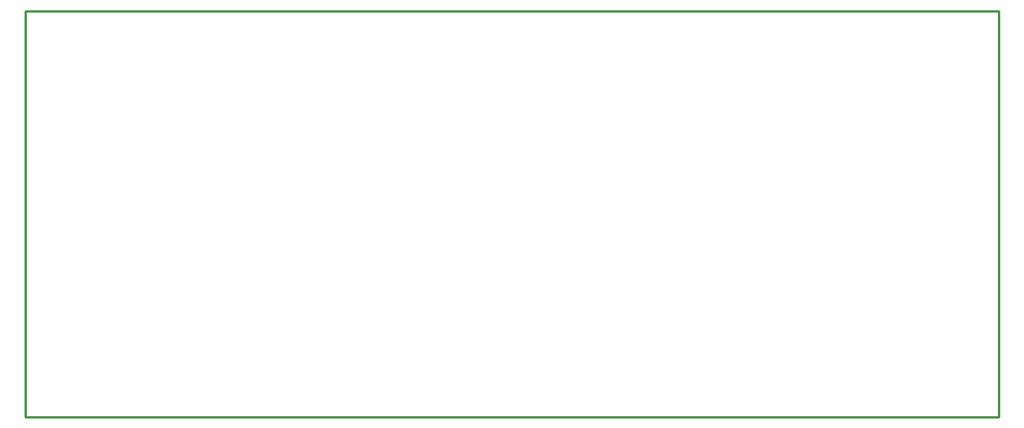
<source format=gbr>
G04 EAGLE Gerber RS-274X export*
G75*
%MOMM*%
%FSLAX34Y34*%
%LPD*%
%IN*%
%IPPOS*%
%AMOC8*
5,1,8,0,0,1.08239X$1,22.5*%
G01*
%ADD10C,0.254000*%


D10*
X0Y0D02*
X1041200Y0D01*
X1041200Y434850D01*
X0Y434850D01*
X0Y0D01*
M02*

</source>
